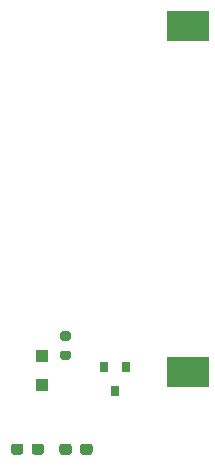
<source format=gbp>
%TF.GenerationSoftware,KiCad,Pcbnew,(5.1.10)-1*%
%TF.CreationDate,2021-07-24T18:54:27+10:00*%
%TF.ProjectId,temperature_logger,74656d70-6572-4617-9475-72655f6c6f67,rev?*%
%TF.SameCoordinates,Original*%
%TF.FileFunction,Paste,Bot*%
%TF.FilePolarity,Positive*%
%FSLAX46Y46*%
G04 Gerber Fmt 4.6, Leading zero omitted, Abs format (unit mm)*
G04 Created by KiCad (PCBNEW (5.1.10)-1) date 2021-07-24 18:54:27*
%MOMM*%
%LPD*%
G01*
G04 APERTURE LIST*
%ADD10R,0.800000X0.900000*%
%ADD11R,3.600000X2.600000*%
%ADD12R,1.000000X1.000000*%
G04 APERTURE END LIST*
D10*
%TO.C,Q1*%
X140500000Y-103000000D03*
X141450000Y-101000000D03*
X139550000Y-101000000D03*
%TD*%
D11*
%TO.C,J2*%
X146700000Y-101450000D03*
X146700000Y-72150000D03*
%TD*%
D12*
%TO.C,D4*%
X134300000Y-102550000D03*
X134300000Y-100050000D03*
%TD*%
%TO.C,R10*%
G36*
G01*
X137535000Y-108207500D02*
X137535000Y-107732500D01*
G75*
G02*
X137772500Y-107495000I237500J0D01*
G01*
X138347500Y-107495000D01*
G75*
G02*
X138585000Y-107732500I0J-237500D01*
G01*
X138585000Y-108207500D01*
G75*
G02*
X138347500Y-108445000I-237500J0D01*
G01*
X137772500Y-108445000D01*
G75*
G02*
X137535000Y-108207500I0J237500D01*
G01*
G37*
G36*
G01*
X135785000Y-108207500D02*
X135785000Y-107732500D01*
G75*
G02*
X136022500Y-107495000I237500J0D01*
G01*
X136597500Y-107495000D01*
G75*
G02*
X136835000Y-107732500I0J-237500D01*
G01*
X136835000Y-108207500D01*
G75*
G02*
X136597500Y-108445000I-237500J0D01*
G01*
X136022500Y-108445000D01*
G75*
G02*
X135785000Y-108207500I0J237500D01*
G01*
G37*
%TD*%
%TO.C,R9*%
G36*
G01*
X132735000Y-107732500D02*
X132735000Y-108207500D01*
G75*
G02*
X132497500Y-108445000I-237500J0D01*
G01*
X131922500Y-108445000D01*
G75*
G02*
X131685000Y-108207500I0J237500D01*
G01*
X131685000Y-107732500D01*
G75*
G02*
X131922500Y-107495000I237500J0D01*
G01*
X132497500Y-107495000D01*
G75*
G02*
X132735000Y-107732500I0J-237500D01*
G01*
G37*
G36*
G01*
X134485000Y-107732500D02*
X134485000Y-108207500D01*
G75*
G02*
X134247500Y-108445000I-237500J0D01*
G01*
X133672500Y-108445000D01*
G75*
G02*
X133435000Y-108207500I0J237500D01*
G01*
X133435000Y-107732500D01*
G75*
G02*
X133672500Y-107495000I237500J0D01*
G01*
X134247500Y-107495000D01*
G75*
G02*
X134485000Y-107732500I0J-237500D01*
G01*
G37*
%TD*%
%TO.C,JP1*%
G36*
G01*
X136575000Y-98775000D02*
X136025000Y-98775000D01*
G75*
G02*
X135825000Y-98575000I0J200000D01*
G01*
X135825000Y-98175000D01*
G75*
G02*
X136025000Y-97975000I200000J0D01*
G01*
X136575000Y-97975000D01*
G75*
G02*
X136775000Y-98175000I0J-200000D01*
G01*
X136775000Y-98575000D01*
G75*
G02*
X136575000Y-98775000I-200000J0D01*
G01*
G37*
G36*
G01*
X136575000Y-100425000D02*
X136025000Y-100425000D01*
G75*
G02*
X135825000Y-100225000I0J200000D01*
G01*
X135825000Y-99825000D01*
G75*
G02*
X136025000Y-99625000I200000J0D01*
G01*
X136575000Y-99625000D01*
G75*
G02*
X136775000Y-99825000I0J-200000D01*
G01*
X136775000Y-100225000D01*
G75*
G02*
X136575000Y-100425000I-200000J0D01*
G01*
G37*
%TD*%
M02*

</source>
